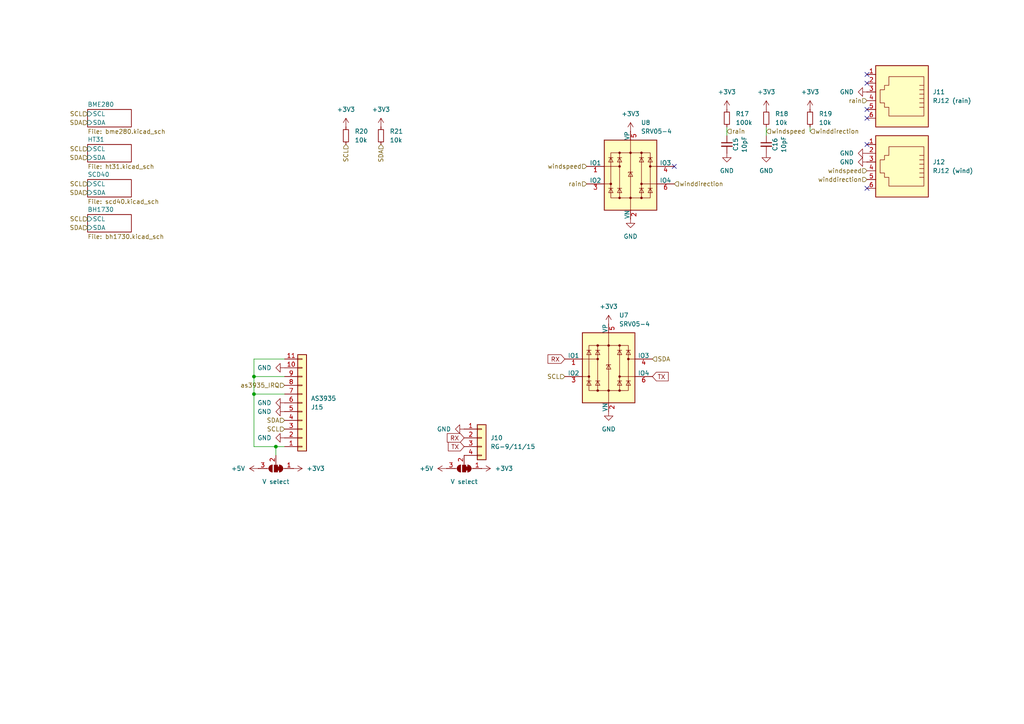
<source format=kicad_sch>
(kicad_sch (version 20231120) (generator "eeschema") (generator_version "8.0")
  (paper "A4")
  (lib_symbols
    (symbol "Connector:RJ12" (pin_names (offset 1.016))
      (property "Reference" "J" (at -5.08 11.43 0))
      (property "Value" "RJ12" (at 2.54 11.43 0))
      (symbol "RJ12_0_1"
        (polyline (pts (xy -6.35 -1.905) (xy -5.08 -1.905) (xy -5.08 -1.905)))
        (polyline (pts (xy -6.35 -0.635) (xy -5.08 -0.635) (xy -5.08 -0.635)))
        (polyline (pts (xy -6.35 0.635) (xy -5.08 0.635) (xy -5.08 0.635)))
        (polyline (pts (xy -6.35 1.905) (xy -5.08 1.905) (xy -5.08 1.905)))
        (polyline (pts (xy -6.35 3.175) (xy -5.08 3.175) (xy -5.08 3.175)))
        (polyline (pts (xy -5.08 4.445) (xy -6.35 4.445) (xy -6.35 4.445)))
        (polyline (pts (xy -6.35 -4.445) (xy -6.35 6.985) (xy 3.81 6.985) (xy 3.81 4.445) (xy 5.08 4.445) (xy 5.08 3.175) (xy 6.35 3.175) (xy 6.35 -0.635) (xy 5.08 -0.635) (xy 5.08 -1.905) (xy 3.81 -1.905) (xy 3.81 -4.445) (xy -6.35 -4.445) (xy -6.35 -4.445)))
        (rectangle (start 7.62 10.16) (end -7.62 -7.62) (stroke (width 0.254)) (fill (type background)))
      )
      (symbol "RJ12_1_1"
        (pin passive line (at 10.16 -5.08 180) (length 2.54) (name "~") (number "1"))
        (pin passive line (at 10.16 -2.54 180) (length 2.54) (name "~") (number "2"))
        (pin passive line (at 10.16 0 180) (length 2.54) (name "~") (number "3"))
        (pin passive line (at 10.16 2.54 180) (length 2.54) (name "~") (number "4"))
        (pin passive line (at 10.16 5.08 180) (length 2.54) (name "~") (number "5"))
        (pin passive line (at 10.16 7.62 180) (length 2.54) (name "~") (number "6"))
      )
    )
    (symbol "Connector_Generic:Conn_01x04" (pin_names (offset 1.016) hide)
      (property "Reference" "J" (at 0 5.08 0))
      (property "Value" "Conn_01x04" (at 0 -7.62 0))
      (symbol "Conn_01x04_1_1"
        (rectangle (start -1.27 -4.953) (end 0 -5.207) (stroke (width 0.1524)))
        (rectangle (start -1.27 -2.413) (end 0 -2.667) (stroke (width 0.1524)))
        (rectangle (start -1.27 0.127) (end 0 -0.127) (stroke (width 0.1524)))
        (rectangle (start -1.27 2.667) (end 0 2.413) (stroke (width 0.1524)))
        (rectangle (start -1.27 3.81) (end 1.27 -6.35) (stroke (width 0.254)) (fill (type background)))
        (pin passive line (at -5.08 2.54 0) (length 3.81) (name "Pin_1") (number "1"))
        (pin passive line (at -5.08 0 0) (length 3.81) (name "Pin_2") (number "2"))
        (pin passive line (at -5.08 -2.54 0) (length 3.81) (name "Pin_3") (number "3"))
        (pin passive line (at -5.08 -5.08 0) (length 3.81) (name "Pin_4") (number "4"))
      )
    )
    (symbol "Connector_Generic:Conn_01x11" (pin_names (offset 1.016) hide)
      (property "Reference" "J" (at 0 15.24 0))
      (property "Value" "Conn_01x11" (at 0 -15.24 0))
      (symbol "Conn_01x11_1_1"
        (rectangle (start -1.27 -12.573) (end 0 -12.827) (stroke (width 0.1524)))
        (rectangle (start -1.27 -10.033) (end 0 -10.287) (stroke (width 0.1524)))
        (rectangle (start -1.27 -7.493) (end 0 -7.747) (stroke (width 0.1524)))
        (rectangle (start -1.27 -4.953) (end 0 -5.207) (stroke (width 0.1524)))
        (rectangle (start -1.27 -2.413) (end 0 -2.667) (stroke (width 0.1524)))
        (rectangle (start -1.27 0.127) (end 0 -0.127) (stroke (width 0.1524)))
        (rectangle (start -1.27 2.667) (end 0 2.413) (stroke (width 0.1524)))
        (rectangle (start -1.27 5.207) (end 0 4.953) (stroke (width 0.1524)))
        (rectangle (start -1.27 7.747) (end 0 7.493) (stroke (width 0.1524)))
        (rectangle (start -1.27 10.287) (end 0 10.033) (stroke (width 0.1524)))
        (rectangle (start -1.27 12.827) (end 0 12.573) (stroke (width 0.1524)))
        (rectangle (start -1.27 13.97) (end 1.27 -13.97) (stroke (width 0.254)) (fill (type background)))
        (pin passive line (at -5.08 12.7 0) (length 3.81) (name "Pin_1") (number "1"))
        (pin passive line (at -5.08 -10.16 0) (length 3.81) (name "Pin_10") (number "10"))
        (pin passive line (at -5.08 -12.7 0) (length 3.81) (name "Pin_11") (number "11"))
        (pin passive line (at -5.08 10.16 0) (length 3.81) (name "Pin_2") (number "2"))
        (pin passive line (at -5.08 7.62 0) (length 3.81) (name "Pin_3") (number "3"))
        (pin passive line (at -5.08 5.08 0) (length 3.81) (name "Pin_4") (number "4"))
        (pin passive line (at -5.08 2.54 0) (length 3.81) (name "Pin_5") (number "5"))
        (pin passive line (at -5.08 0 0) (length 3.81) (name "Pin_6") (number "6"))
        (pin passive line (at -5.08 -2.54 0) (length 3.81) (name "Pin_7") (number "7"))
        (pin passive line (at -5.08 -5.08 0) (length 3.81) (name "Pin_8") (number "8"))
        (pin passive line (at -5.08 -7.62 0) (length 3.81) (name "Pin_9") (number "9"))
      )
    )
    (symbol "Device:C_Small" (pin_numbers hide) (pin_names (offset 0.254) hide)
      (property "Reference" "C" (at 0.254 1.778 0))
      (property "Value" "C_Small" (at 0.254 -2.032 0))
      (symbol "C_Small_0_1"
        (polyline (pts (xy -1.524 -0.508) (xy 1.524 -0.508)) (stroke (width 0.3302)))
        (polyline (pts (xy -1.524 0.508) (xy 1.524 0.508)) (stroke (width 0.3048)))
      )
      (symbol "C_Small_1_1"
        (pin passive line (at 0 2.54 270) (length 2.032) (name "~") (number "1"))
        (pin passive line (at 0 -2.54 90) (length 2.032) (name "~") (number "2"))
      )
    )
    (symbol "Device:R_Small" (pin_numbers hide) (pin_names (offset 0.254) hide)
      (property "Reference" "R" (at 0.762 0.508 0))
      (property "Value" "R_Small" (at 0.762 -1.016 0))
      (symbol "R_Small_0_1"
        (rectangle (start -0.762 1.778) (end 0.762 -1.778) (stroke (width 0.2032)))
      )
      (symbol "R_Small_1_1"
        (pin passive line (at 0 2.54 270) (length 0.762) (name "~") (number "1"))
        (pin passive line (at 0 -2.54 90) (length 0.762) (name "~") (number "2"))
      )
    )
    (symbol "Jumper:SolderJumper_3_Bridged12" (pin_names (offset 0) hide) (exclude_from_sim yes) (in_bom no)
      (property "Reference" "JP" (at -2.54 -2.54 0))
      (property "Value" "SolderJumper_3_Bridged12" (at 0 2.794 0))
      (symbol "SolderJumper_3_Bridged12_0_1"
        (rectangle (start -1.016 0.508) (end -0.508 -0.508) (fill (type outline)))
        (arc (start -1.016 1.016) (mid -2.0276 0) (end -1.016 -1.016))
        (arc (start -1.016 1.016) (mid -2.0276 0) (end -1.016 -1.016) (fill (type outline)))
        (rectangle (start -0.508 1.016) (end 0.508 -1.016) (fill (type outline)))
        (polyline (pts (xy -2.54 0) (xy -2.032 0)))
        (polyline (pts (xy -1.016 1.016) (xy -1.016 -1.016)))
        (polyline (pts (xy 0 -1.27) (xy 0 -1.016)))
        (polyline (pts (xy 1.016 1.016) (xy 1.016 -1.016)))
        (polyline (pts (xy 2.54 0) (xy 2.032 0)))
        (arc (start 1.016 -1.016) (mid 2.0276 0) (end 1.016 1.016))
        (arc (start 1.016 -1.016) (mid 2.0276 0) (end 1.016 1.016) (fill (type outline)))
      )
      (symbol "SolderJumper_3_Bridged12_1_1"
        (pin passive line (at -5.08 0 0) (length 2.54) (name "A") (number "1"))
        (pin passive line (at 0 -3.81 90) (length 2.54) (name "C") (number "2"))
        (pin passive line (at 5.08 0 180) (length 2.54) (name "B") (number "3"))
      )
    )
    (symbol "Power_Protection:SRV05-4" (pin_names (offset 0))
      (property "Reference" "U" (at -5.08 11.43 0))
      (property "Value" "SRV05-4" (at 2.54 11.43 0))
      (symbol "SRV05-4_0_0"
        (rectangle (start -5.715 6.477) (end 5.715 -6.604))
        (polyline (pts (xy -3.175 -6.604) (xy -3.175 6.477)))
        (polyline (pts (xy 3.175 6.477) (xy 3.175 -6.604)))
      )
      (symbol "SRV05-4_0_1"
        (rectangle (start -7.62 10.16) (end 7.62 -10.16) (stroke (width 0.254)) (fill (type background)))
        (circle (center -5.715 -2.54) (radius 0.2794) (fill (type outline)))
        (circle (center -3.175 -6.604) (radius 0.2794) (fill (type outline)))
        (circle (center -3.175 2.54) (radius 0.2794) (fill (type outline)))
        (circle (center -3.175 6.477) (radius 0.2794) (fill (type outline)))
        (circle (center 0 -6.604) (radius 0.2794) (fill (type outline)))
        (polyline (pts (xy -7.747 2.54) (xy -3.175 2.54)))
        (polyline (pts (xy -7.62 -2.54) (xy -5.715 -2.54)))
        (polyline (pts (xy -5.08 -3.81) (xy -6.35 -3.81)))
        (polyline (pts (xy -5.08 5.08) (xy -6.35 5.08)))
        (polyline (pts (xy -2.54 -3.81) (xy -3.81 -3.81)))
        (polyline (pts (xy -2.54 5.08) (xy -3.81 5.08)))
        (polyline (pts (xy 0 10.16) (xy 0 -10.16)))
        (polyline (pts (xy 3.81 -3.81) (xy 2.54 -3.81)))
        (polyline (pts (xy 3.81 5.08) (xy 2.54 5.08)))
        (polyline (pts (xy 6.35 -3.81) (xy 5.08 -3.81)))
        (polyline (pts (xy 6.35 5.08) (xy 5.08 5.08)))
        (polyline (pts (xy 7.62 -2.54) (xy 3.175 -2.54)))
        (polyline (pts (xy 7.62 2.54) (xy 5.715 2.54)))
        (polyline (pts (xy 0.635 0.889) (xy -0.635 0.889) (xy -0.635 0.635)))
        (polyline (pts (xy -5.08 -5.08) (xy -6.35 -5.08) (xy -5.715 -3.81) (xy -5.08 -5.08)))
        (polyline (pts (xy -5.08 3.81) (xy -6.35 3.81) (xy -5.715 5.08) (xy -5.08 3.81)))
        (polyline (pts (xy -2.54 -5.08) (xy -3.81 -5.08) (xy -3.175 -3.81) (xy -2.54 -5.08)))
        (polyline (pts (xy -2.54 3.81) (xy -3.81 3.81) (xy -3.175 5.08) (xy -2.54 3.81)))
        (polyline (pts (xy 0.635 -0.381) (xy -0.635 -0.381) (xy 0 0.889) (xy 0.635 -0.381)))
        (polyline (pts (xy 3.81 -5.08) (xy 2.54 -5.08) (xy 3.175 -3.81) (xy 3.81 -5.08)))
        (polyline (pts (xy 3.81 3.81) (xy 2.54 3.81) (xy 3.175 5.08) (xy 3.81 3.81)))
        (polyline (pts (xy 6.35 -5.08) (xy 5.08 -5.08) (xy 5.715 -3.81) (xy 6.35 -5.08)))
        (polyline (pts (xy 6.35 3.81) (xy 5.08 3.81) (xy 5.715 5.08) (xy 6.35 3.81)))
        (circle (center 0 6.477) (radius 0.2794) (fill (type outline)))
        (circle (center 3.175 -6.604) (radius 0.2794) (fill (type outline)))
        (circle (center 3.175 -2.54) (radius 0.2794) (fill (type outline)))
        (circle (center 3.175 6.477) (radius 0.2794) (fill (type outline)))
        (circle (center 5.715 2.54) (radius 0.2794) (fill (type outline)))
      )
      (symbol "SRV05-4_1_1"
        (pin passive line (at -12.7 2.54 0) (length 5.08) (name "IO1") (number "1"))
        (pin passive line (at 0 -12.7 90) (length 2.54) (name "VN") (number "2"))
        (pin passive line (at -12.7 -2.54 0) (length 5.08) (name "IO2") (number "3"))
        (pin passive line (at 12.7 2.54 180) (length 5.08) (name "IO3") (number "4"))
        (pin passive line (at 0 12.7 270) (length 2.54) (name "VP") (number "5"))
        (pin passive line (at 12.7 -2.54 180) (length 5.08) (name "IO4") (number "6"))
      )
    )
    (symbol "power:+3V3" (power) (pin_numbers hide) (pin_names (offset 0) hide)
      (property "Value" "+3V3" (at 0 3.556 0))
      (symbol "+3V3_0_1"
        (polyline (pts (xy -0.762 1.27) (xy 0 2.54)))
        (polyline (pts (xy 0 0) (xy 0 2.54)))
        (polyline (pts (xy 0 2.54) (xy 0.762 1.27)))
      )
      (symbol "+3V3_1_1"
        (pin power_in line (at 0 0 90) (length 0) (name "~") (number "1"))
      )
    )
    (symbol "power:+5V" (power) (pin_numbers hide) (pin_names (offset 0) hide)
      (property "Value" "+5V" (at 0 3.556 0))
      (symbol "+5V_0_1"
        (polyline (pts (xy -0.762 1.27) (xy 0 2.54)))
        (polyline (pts (xy 0 0) (xy 0 2.54)))
        (polyline (pts (xy 0 2.54) (xy 0.762 1.27)))
      )
      (symbol "+5V_1_1"
        (pin power_in line (at 0 0 90) (length 0) (name "~") (number "1"))
      )
    )
    (symbol "power:GND" (power) (pin_numbers hide) (pin_names (offset 0) hide)
      (property "Value" "GND" (at 0 -3.81 0))
      (symbol "GND_0_1"
        (polyline (pts (xy 0 0) (xy 0 -1.27) (xy 1.27 -1.27) (xy 0 -2.54) (xy -1.27 -1.27) (xy 0 -1.27)))
      )
      (symbol "GND_1_1"
        (pin power_in line (at 0 0 270) (length 0) (name "~") (number "1"))
      )
    )
  )
  (junction (at 73.66 109.22))
  (junction (at 73.66 114.3))
  (junction (at 80.01 129.54))
  (no_connect (at 195.58 48.26))
  (no_connect (at 251.46 41.91))
  (no_connect (at 251.46 24.13))
  (no_connect (at 251.46 54.61))
  (no_connect (at 251.46 31.75))
  (no_connect (at 251.46 34.29))
  (no_connect (at 251.46 21.59))
  (wire (pts (xy 222.25 36.83) (xy 222.25 39.37)))
  (wire (pts (xy 234.95 36.83) (xy 234.95 38.1)))
  (wire (pts (xy 73.66 109.22) (xy 82.55 109.22)))
  (wire (pts (xy 73.66 104.14) (xy 73.66 109.22)))
  (wire (pts (xy 73.66 109.22) (xy 73.66 114.3)))
  (wire (pts (xy 80.01 132.08) (xy 80.01 129.54)))
  (wire (pts (xy 82.55 104.14) (xy 73.66 104.14)))
  (wire (pts (xy 210.82 36.83) (xy 210.82 39.37)))
  (wire (pts (xy 73.66 114.3) (xy 73.66 129.54)))
  (wire (pts (xy 80.01 129.54) (xy 82.55 129.54)))
  (wire (pts (xy 73.66 114.3) (xy 82.55 114.3)))
  (wire (pts (xy 73.66 129.54) (xy 80.01 129.54)))
  (global_label "RX" (shape input) (at 134.62 127 180) (property "Intersheetrefs" "${INTERSHEET_REFS}" (effects (hide yes))))
  (global_label "RX" (shape input) (at 163.83 104.14 180) (property "Intersheetrefs" "${INTERSHEET_REFS}" (effects (hide yes))))
  (global_label "TX" (shape input) (at 134.62 129.54 180) (property "Intersheetrefs" "${INTERSHEET_REFS}" (effects (hide yes))))
  (global_label "TX" (shape input) (at 189.23 109.22 0) (property "Intersheetrefs" "${INTERSHEET_REFS}" (effects (hide yes))))
  (hierarchical_label "winddirection" (shape input) (at 234.95 38.1 0))
  (hierarchical_label "winddirection" (shape input) (at 251.46 52.07 180))
  (hierarchical_label "rain" (shape input) (at 170.18 53.34 180))
  (hierarchical_label "as3935_IRQ" (shape input) (at 82.55 111.76 180))
  (hierarchical_label "SCL" (shape input) (at 25.4 43.18 180))
  (hierarchical_label "SCL" (shape input) (at 82.55 124.46 180))
  (hierarchical_label "SDA" (shape input) (at 189.23 104.14 0))
  (hierarchical_label "SCL" (shape input) (at 163.83 109.22 180))
  (hierarchical_label "windspeed" (shape input) (at 222.25 38.1 0))
  (hierarchical_label "winddirection" (shape input) (at 195.58 53.34 0))
  (hierarchical_label "SDA" (shape input) (at 25.4 35.56 180))
  (hierarchical_label "SCL" (shape input) (at 100.33 41.91 270))
  (hierarchical_label "SDA" (shape input) (at 25.4 45.72 180))
  (hierarchical_label "windspeed" (shape input) (at 251.46 49.53 180))
  (hierarchical_label "SDA" (shape input) (at 25.4 55.88 180))
  (hierarchical_label "SDA" (shape input) (at 82.55 121.92 180))
  (hierarchical_label "SCL" (shape input) (at 25.4 53.34 180))
  (hierarchical_label "SCL" (shape input) (at 25.4 33.02 180))
  (hierarchical_label "SDA" (shape input) (at 25.4 66.04 180))
  (hierarchical_label "rain" (shape input) (at 251.46 29.21 180))
  (hierarchical_label "SCL" (shape input) (at 25.4 63.5 180))
  (hierarchical_label "SDA" (shape input) (at 110.49 41.91 270))
  (hierarchical_label "rain" (shape input) (at 210.82 38.1 0))
  (hierarchical_label "windspeed" (shape input) (at 170.18 48.26 180))
  (symbol (lib_id "power:GND") (at 182.88 63.5 0) (unit 1)
    (property "Reference" "#PWR076" (effects (hide yes)))
    (property "Value" "GND" (at 182.88 68.58 0))
  )
  (symbol (lib_id "power:+3V3") (at 222.25 31.75 0) (unit 1)
    (property "Reference" "#PWR079" (effects (hide yes)))
    (property "Value" "+3V3" (at 222.25 26.67 0))
    (property "Description" "Power symbol creates a global label with name \"+3V3\"" (effects (hide yes)))
  )
  (symbol (lib_id "power:+5V") (at 74.93 135.89 90) (unit 1)
    (property "Reference" "#PWR095" (effects (hide yes)))
    (property "Value" "+5V" (at 71.12 135.8901 90) (effects (justify left)))
    (property "Description" "Power symbol creates a global label with name \"+5V\"" (effects (hide yes)))
  )
  (symbol (lib_id "Connector_Generic:Conn_01x04") (at 139.7 127 0) (unit 1)
    (property "Reference" "J10" (at 142.24 126.9999 0) (effects (justify left)))
    (property "Value" "RG-9/11/15" (at 142.24 129.5399 0) (effects (justify left)))
    (property "Footprint" "Connector_PinSocket_2.54mm:PinSocket_1x04_P2.54mm_Vertical" (effects (hide yes)))
    (property "Description" "Generic connector, single row, 01x04, script generated (kicad-library-utils/schlib/autogen/connector/)" (effects (hide yes)))
  )
  (symbol (lib_id "power:+5V") (at 129.54 135.89 90) (unit 1)
    (property "Reference" "#PWR070" (effects (hide yes)))
    (property "Value" "+5V" (at 125.73 135.8901 90) (effects (justify left)))
    (property "Description" "Power symbol creates a global label with name \"+5V\"" (effects (hide yes)))
  )
  (symbol (lib_id "power:+3V3") (at 176.53 93.98 0) (unit 1)
    (property "Reference" "#PWR073" (effects (hide yes)))
    (property "Value" "+3V3" (at 176.53 88.9 0))
    (property "Description" "Power symbol creates a global label with name \"+3V3\"" (effects (hide yes)))
  )
  (symbol (lib_id "Jumper:SolderJumper_3_Bridged12") (at 134.62 135.89 180) (unit 1) (exclude_from_sim yes) (in_bom no)
    (property "Reference" "JP4" (effects (hide yes)))
    (property "Value" "V select" (at 134.62 139.7 0))
    (property "Footprint" "Jumper:SolderJumper-3_P1.3mm_Bridged12_RoundedPad1.0x1.5mm" (effects (hide yes)))
    (property "Description" "3-pole Solder Jumper, pins 1+2 closed/bridged" (effects (hide yes)))
  )
  (symbol (lib_id "power:GND") (at 82.55 127 270) (unit 1)
    (property "Reference" "#PWR097" (effects (hide yes)))
    (property "Value" "GND" (at 78.74 126.9999 90) (effects (justify right)))
    (property "Description" "Power symbol creates a global label with name \"GND\" , ground" (effects (hide yes)))
  )
  (symbol (lib_id "power:GND") (at 82.55 116.84 270) (unit 1)
    (property "Reference" "#PWR0100" (effects (hide yes)))
    (property "Value" "GND" (at 78.74 116.8399 90) (effects (justify right)))
    (property "Description" "Power symbol creates a global label with name \"GND\" , ground" (effects (hide yes)))
  )
  (symbol (lib_id "Device:R_Small") (at 100.33 39.37 0) (unit 1)
    (property "Reference" "R20" (at 102.87 38.0999 0) (effects (justify left)))
    (property "Value" "10k" (at 102.87 40.6399 0) (effects (justify left)))
    (property "Footprint" "Resistor_SMD:R_0603_1608Metric" (effects (hide yes)))
    (property "Description" "Resistor, small symbol" (effects (hide yes)))
  )
  (symbol (lib_id "power:+3V3") (at 85.09 135.89 270) (unit 1)
    (property "Reference" "#PWR096" (effects (hide yes)))
    (property "Value" "+3V3" (at 88.9 135.8901 90) (effects (justify left)))
    (property "Description" "Power symbol creates a global label with name \"+3V3\"" (effects (hide yes)))
  )
  (symbol (lib_id "Device:R_Small") (at 210.82 34.29 0) (unit 1)
    (property "Reference" "R17" (at 213.36 33.0199 0) (effects (justify left)))
    (property "Value" "100k" (at 213.36 35.5599 0) (effects (justify left)))
    (property "Footprint" "Resistor_SMD:R_0603_1608Metric" (effects (hide yes)))
    (property "Description" "Resistor, small symbol" (effects (hide yes)))
  )
  (symbol (lib_id "power:GND") (at 222.25 44.45 0) (unit 1)
    (property "Reference" "#PWR080" (effects (hide yes)))
    (property "Value" "GND" (at 222.25 49.53 0))
  )
  (symbol (lib_id "power:+3V3") (at 234.95 31.75 0) (unit 1)
    (property "Reference" "#PWR081" (effects (hide yes)))
    (property "Value" "+3V3" (at 234.95 26.67 0))
    (property "Description" "Power symbol creates a global label with name \"+3V3\"" (effects (hide yes)))
  )
  (symbol (lib_id "Power_Protection:SRV05-4") (at 176.53 106.68 0) (unit 1)
    (property "Reference" "U7" (at 179.5465 91.44 0) (effects (justify left)))
    (property "Value" "SRV05-4" (at 179.5465 93.98 0) (effects (justify left)))
    (property "Footprint" "Package_TO_SOT_SMD:SOT-23-6" (effects (hide yes)))
    (property "Datasheet" "http://www.onsemi.com/pub/Collateral/SRV05-4-D.PDF" (effects (hide yes)))
    (property "Description" "ESD Protection Diodes with Low Clamping Voltage, SOT-23-6" (effects (hide yes)))
  )
  (symbol (lib_id "Device:R_Small") (at 234.95 34.29 0) (unit 1)
    (property "Reference" "R19" (at 237.49 33.0199 0) (effects (justify left)))
    (property "Value" "10k" (at 237.49 35.5599 0) (effects (justify left)))
    (property "Footprint" "Resistor_SMD:R_0603_1608Metric" (effects (hide yes)))
    (property "Description" "Resistor, small symbol" (effects (hide yes)))
  )
  (symbol (lib_id "Connector:RJ12") (at 261.62 26.67 180) (unit 1)
    (property "Reference" "J11" (at 270.51 26.6699 0) (effects (justify right)))
    (property "Value" "RJ12 (rain)" (at 270.51 29.2099 0) (effects (justify right)))
    (property "Footprint" "Connector_RJ:RJ25_Wayconn_MJEA-660X1_Horizontal" (effects (hide yes)))
    (property "Description" "RJ connector, 6P6C (6 positions 6 connected)" (effects (hide yes)))
  )
  (symbol (lib_id "power:+3V3") (at 100.33 36.83 0) (unit 1)
    (property "Reference" "#PWR09" (effects (hide yes)))
    (property "Value" "+3V3" (at 100.33 31.75 0))
    (property "Description" "Power symbol creates a global label with name \"+3V3\"" (effects (hide yes)))
  )
  (symbol (lib_id "power:GND") (at 251.46 26.67 270) (unit 1)
    (property "Reference" "#PWR082" (effects (hide yes)))
    (property "Value" "GND" (at 247.65 26.6699 90) (effects (justify right)))
  )
  (symbol (lib_id "power:GND") (at 251.46 46.99 270) (unit 1)
    (property "Reference" "#PWR084" (effects (hide yes)))
    (property "Value" "GND" (at 247.65 46.9899 90) (effects (justify right)))
  )
  (symbol (lib_id "power:GND") (at 82.55 106.68 270) (unit 1)
    (property "Reference" "#PWR098" (effects (hide yes)))
    (property "Value" "GND" (at 78.74 106.6799 90) (effects (justify right)))
    (property "Description" "Power symbol creates a global label with name \"GND\" , ground" (effects (hide yes)))
  )
  (symbol (lib_id "power:GND") (at 176.53 119.38 0) (unit 1)
    (property "Reference" "#PWR074" (effects (hide yes)))
    (property "Value" "GND" (at 176.53 124.46 0))
  )
  (symbol (lib_id "Connector:RJ12") (at 261.62 46.99 180) (unit 1)
    (property "Reference" "J12" (at 270.51 46.9899 0) (effects (justify right)))
    (property "Value" "RJ12 (wind)" (at 270.51 49.5299 0) (effects (justify right)))
    (property "Footprint" "Connector_RJ:RJ25_Wayconn_MJEA-660X1_Horizontal" (effects (hide yes)))
    (property "Description" "RJ connector, 6P6C (6 positions 6 connected)" (effects (hide yes)))
  )
  (symbol (lib_id "power:GND") (at 134.62 124.46 270) (unit 1)
    (property "Reference" "#PWR071" (effects (hide yes)))
    (property "Value" "GND" (at 130.81 124.4599 90) (effects (justify right)))
    (property "Description" "Power symbol creates a global label with name \"GND\" , ground" (effects (hide yes)))
  )
  (symbol (lib_id "power:+3V3") (at 182.88 38.1 0) (unit 1)
    (property "Reference" "#PWR075" (effects (hide yes)))
    (property "Value" "+3V3" (at 182.88 33.02 0))
    (property "Description" "Power symbol creates a global label with name \"+3V3\"" (effects (hide yes)))
  )
  (symbol (lib_id "Jumper:SolderJumper_3_Bridged12") (at 80.01 135.89 180) (unit 1) (exclude_from_sim yes) (in_bom no)
    (property "Reference" "JP6" (effects (hide yes)))
    (property "Value" "V select" (at 80.01 139.7 0))
    (property "Footprint" "Jumper:SolderJumper-3_P1.3mm_Bridged12_RoundedPad1.0x1.5mm" (effects (hide yes)))
    (property "Description" "3-pole Solder Jumper, pins 1+2 closed/bridged" (effects (hide yes)))
  )
  (symbol (lib_id "Connector_Generic:Conn_01x11") (at 87.63 116.84 0) (mirror x) (unit 1)
    (property "Reference" "J15" (at 90.17 118.1101 0) (effects (justify left)))
    (property "Value" "AS3935" (at 90.17 115.5701 0) (effects (justify left)))
    (property "Footprint" "Connector_PinSocket_2.54mm:PinSocket_1x11_P2.54mm_Vertical" (effects (hide yes)))
    (property "Description" "Generic connector, single row, 01x11, script generated (kicad-library-utils/schlib/autogen/connector/)" (effects (hide yes)))
  )
  (symbol (lib_id "Device:R_Small") (at 222.25 34.29 0) (unit 1)
    (property "Reference" "R18" (at 224.79 33.0199 0) (effects (justify left)))
    (property "Value" "10k" (at 224.79 35.5599 0) (effects (justify left)))
    (property "Footprint" "Resistor_SMD:R_0603_1608Metric" (effects (hide yes)))
    (property "Description" "Resistor, small symbol" (effects (hide yes)))
  )
  (symbol (lib_id "Device:C_Small") (at 210.82 41.91 0) (unit 1)
    (property "Reference" "C15" (at 213.36 41.91 90))
    (property "Value" "10pF" (at 215.9 41.91 90))
    (property "Footprint" "Capacitor_SMD:C_0603_1608Metric" (effects (hide yes)))
    (property "Description" "Unpolarized capacitor, small symbol" (effects (hide yes)))
  )
  (symbol (lib_id "Device:C_Small") (at 222.25 41.91 0) (unit 1)
    (property "Reference" "C16" (at 224.79 41.91 90))
    (property "Value" "10pF" (at 227.33 41.91 90))
    (property "Footprint" "Capacitor_SMD:C_0603_1608Metric" (effects (hide yes)))
    (property "Description" "Unpolarized capacitor, small symbol" (effects (hide yes)))
  )
  (symbol (lib_id "power:GND") (at 82.55 119.38 270) (unit 1)
    (property "Reference" "#PWR099" (effects (hide yes)))
    (property "Value" "GND" (at 78.74 119.3799 90) (effects (justify right)))
    (property "Description" "Power symbol creates a global label with name \"GND\" , ground" (effects (hide yes)))
  )
  (symbol (lib_id "power:+3V3") (at 210.82 31.75 0) (unit 1)
    (property "Reference" "#PWR077" (effects (hide yes)))
    (property "Value" "+3V3" (at 210.82 26.67 0))
    (property "Description" "Power symbol creates a global label with name \"+3V3\"" (effects (hide yes)))
  )
  (symbol (lib_id "power:+3V3") (at 110.49 36.83 0) (unit 1)
    (property "Reference" "#PWR07" (effects (hide yes)))
    (property "Value" "+3V3" (at 110.49 31.75 0))
    (property "Description" "Power symbol creates a global label with name \"+3V3\"" (effects (hide yes)))
  )
  (symbol (lib_id "Power_Protection:SRV05-4") (at 182.88 50.8 0) (unit 1)
    (property "Reference" "U8" (at 185.8965 35.56 0) (effects (justify left)))
    (property "Value" "SRV05-4" (at 185.8965 38.1 0) (effects (justify left)))
    (property "Footprint" "Package_TO_SOT_SMD:SOT-23-6" (effects (hide yes)))
    (property "Datasheet" "http://www.onsemi.com/pub/Collateral/SRV05-4-D.PDF" (effects (hide yes)))
    (property "Description" "ESD Protection Diodes with Low Clamping Voltage, SOT-23-6" (effects (hide yes)))
  )
  (symbol (lib_id "Device:R_Small") (at 110.49 39.37 0) (unit 1)
    (property "Reference" "R21" (at 113.03 38.0999 0) (effects (justify left)))
    (property "Value" "10k" (at 113.03 40.6399 0) (effects (justify left)))
    (property "Footprint" "Resistor_SMD:R_0603_1608Metric" (effects (hide yes)))
    (property "Description" "Resistor, small symbol" (effects (hide yes)))
  )
  (symbol (lib_id "power:GND") (at 251.46 44.45 270) (unit 1)
    (property "Reference" "#PWR083" (effects (hide yes)))
    (property "Value" "GND" (at 247.65 44.4499 90) (effects (justify right)))
  )
  (symbol (lib_id "power:+3V3") (at 139.7 135.89 270) (unit 1)
    (property "Reference" "#PWR072" (effects (hide yes)))
    (property "Value" "+3V3" (at 143.51 135.8901 90) (effects (justify left)))
    (property "Description" "Power symbol creates a global label with name \"+3V3\"" (effects (hide yes)))
  )
  (symbol (lib_id "power:GND") (at 210.82 44.45 0) (unit 1)
    (property "Reference" "#PWR078" (effects (hide yes)))
    (property "Value" "GND" (at 210.82 49.53 0))
  )
  (sheet (at 25.4 41.91) (size 12.7 5.08) (stroke (width 0.1524))
    (property "Sheetname" "HT31" (at 25.4 41.1984 0) (effects (justify left bottom)))
    (property "Sheetfile" "ht31.kicad_sch" (at 25.4 47.5746 0) (effects (justify left top)))
    (pin "SCL" input (at 25.4 43.18 180))
    (pin "SDA" input (at 25.4 45.72 180))
  )
  (sheet (at 25.4 62.23) (size 12.7 5.08) (stroke (width 0.1524))
    (property "Sheetname" "BH1730" (at 25.4 61.5184 0) (effects (justify left bottom)))
    (property "Sheetfile" "bh1730.kicad_sch" (at 25.4 67.8946 0) (effects (justify left top)))
    (pin "SCL" input (at 25.4 63.5 180))
    (pin "SDA" input (at 25.4 66.04 180))
  )
  (sheet (at 25.4 52.07) (size 12.7 5.08) (stroke (width 0.1524))
    (property "Sheetname" "SCD40" (at 25.4 51.3584 0) (effects (justify left bottom)))
    (property "Sheetfile" "scd40.kicad_sch" (at 25.4 57.7346 0) (effects (justify left top)))
    (pin "SCL" input (at 25.4 53.34 180))
    (pin "SDA" input (at 25.4 55.88 180))
  )
  (sheet (at 25.4 31.75) (size 12.7 5.08) (stroke (width 0.1524))
    (property "Sheetname" "BME280" (at 25.4 31.0384 0) (effects (justify left bottom)))
    (property "Sheetfile" "bme280.kicad_sch" (at 25.4 37.4146 0) (effects (justify left top)))
    (pin "SCL" input (at 25.4 33.02 180))
    (pin "SDA" input (at 25.4 35.56 180))
  )
)
</source>
